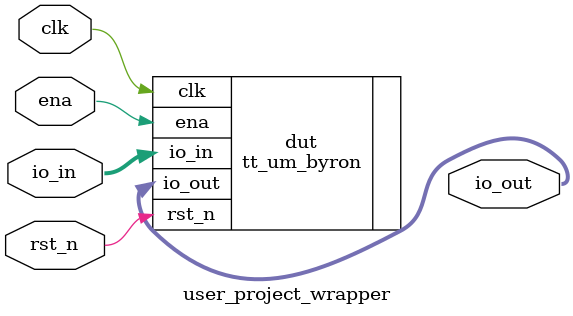
<source format=v>
module user_project_wrapper (
    input  wire [7:0] io_in,
    output wire [7:0] io_out,
    input  wire       clk,
    input  wire       ena,
    input  wire       rst_n
);

    tt_um_byron dut (
        .io_in(io_in),
        .io_out(io_out),
        .clk(clk),
        .ena(ena),
        .rst_n(rst_n)
    );

endmodule

</source>
